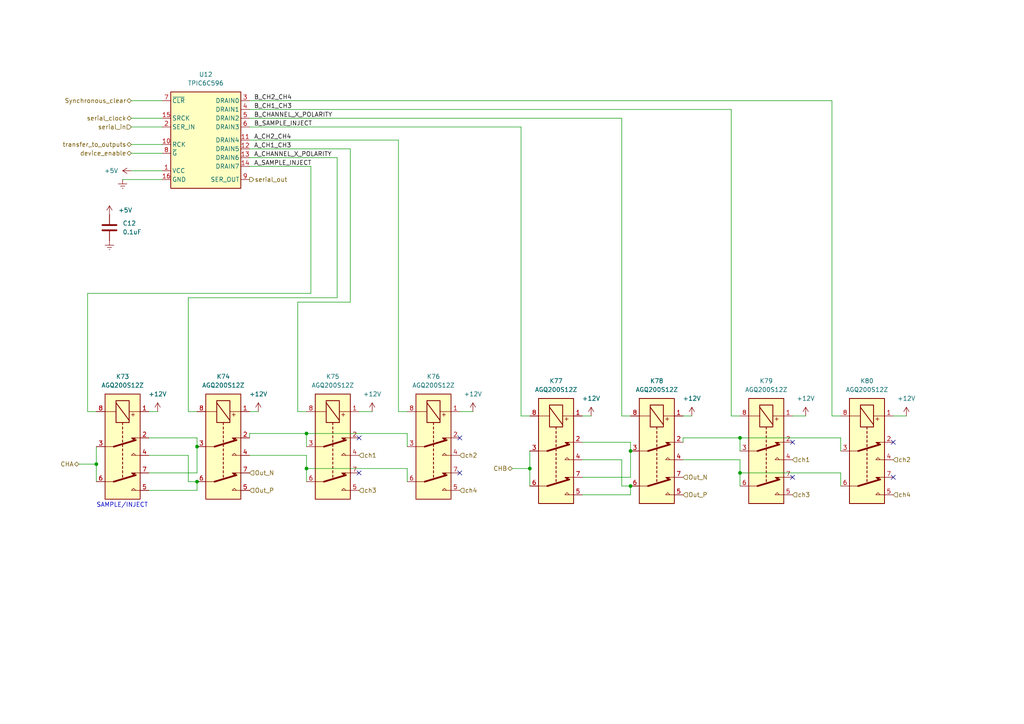
<source format=kicad_sch>
(kicad_sch (version 20250114) (generator "eeschema") (generator_version "9.0")
  (paper "A4")
  (title_block (title "SPI-MUX") (date "2023-02-06") (rev "0.01") (company "NMBU-Mina") (comment 1 "F.N.Beilegaard"))
  (lib_symbols
    (symbol "Device:C" (pin_numbers (hide yes)) (pin_names (offset 0.254))
      (property "Reference" "C" (at 0.635 2.54 0))
      (property "Value" "C" (at 0.635 -2.54 0))
      (symbol "C_0_1"
        (polyline (pts (xy -2.032 0.762) (xy 2.032 0.762)) (stroke (width 0.508)))
        (polyline (pts (xy -2.032 -0.762) (xy 2.032 -0.762)) (stroke (width 0.508)))
      )
      (symbol "C_1_1"
        (pin passive line (at 0 3.81 270) (length 2.794) (name "~") (number "1"))
        (pin passive line (at 0 -3.81 90) (length 2.794) (name "~") (number "2"))
      )
    )
    (symbol "muxlib:AGQ200S12Z"
      (property "Reference" "K" (at 15.24 8.89 0))
      (property "Value" "AGQ200S12Z" (at 19.05 6.35 0))
      (symbol "AGQ200S12Z_1_1"
        (rectangle (start -15.24 5.08) (end 15.24 -5.08) (stroke (width 0.254)) (fill (type background)))
        (rectangle (start -13.335 1.905) (end -6.985 -1.905) (stroke (width 0.254)))
        (polyline (pts (xy -12.7 -1.905) (xy -7.62 1.905)) (stroke (width 0.254)))
        (polyline (pts (xy -10.16 5.08) (xy -10.16 1.905)))
        (polyline (pts (xy -10.16 -5.08) (xy -10.16 -1.905)))
        (polyline (pts (xy -6.985 0) (xy -6.35 0)) (stroke (width 0.254)))
        (polyline (pts (xy -5.715 0) (xy -5.08 0)) (stroke (width 0.254)))
        (polyline (pts (xy -4.445 0) (xy -3.81 0)) (stroke (width 0.254)))
        (polyline (pts (xy -3.175 0) (xy -2.54 0)) (stroke (width 0.254)))
        (polyline (pts (xy -2.54 5.08) (xy -2.54 2.54) (xy -1.905 3.175) (xy -2.54 3.81)) (fill (type outline)))
        (polyline (pts (xy -1.905 0) (xy -1.27 0)) (stroke (width 0.254)))
        (polyline (pts (xy -0.635 0) (xy 0 0)) (stroke (width 0.254)))
        (polyline (pts (xy 0 -2.54) (xy -1.905 3.81)) (stroke (width 0.508)))
        (polyline (pts (xy 0 -2.54) (xy 0 -5.08)))
        (polyline (pts (xy 0.635 0) (xy 1.27 0)) (stroke (width 0.254)))
        (polyline (pts (xy 1.905 0) (xy 2.54 0)) (stroke (width 0.254)))
        (polyline (pts (xy 2.54 5.08) (xy 2.54 2.54) (xy 1.905 3.175) (xy 2.54 3.81)))
        (polyline (pts (xy 3.175 0) (xy 3.81 0)) (stroke (width 0.254)))
        (polyline (pts (xy 4.445 0) (xy 5.08 0)) (stroke (width 0.254)))
        (polyline (pts (xy 5.715 0) (xy 6.35 0)) (stroke (width 0.254)))
        (polyline (pts (xy 6.985 0) (xy 7.62 0)) (stroke (width 0.254)))
        (polyline (pts (xy 7.62 5.08) (xy 7.62 2.54) (xy 8.255 3.175) (xy 7.62 3.81)) (fill (type outline)))
        (polyline (pts (xy 8.255 0) (xy 8.89 0)) (stroke (width 0.254)))
        (polyline (pts (xy 10.16 -2.54) (xy 8.255 3.81)) (stroke (width 0.508)))
        (polyline (pts (xy 10.16 -2.54) (xy 10.16 -5.08)))
        (polyline (pts (xy 12.7 5.08) (xy 12.7 2.54) (xy 12.065 3.175) (xy 12.7 3.81)))
        (text "+" (at -9.271 2.921 0) (effects (font (size 1.27 1.27))))
        (pin passive line (at -10.16 7.62 270) (length 2.54) (name "~") (number "1"))
        (pin passive line (at -10.16 -7.62 90) (length 2.54) (name "~") (number "8"))
        (pin passive line (at -2.54 7.62 270) (length 2.54) (name "~") (number "2"))
        (pin passive line (at 0 -7.62 90) (length 2.54) (name "~") (number "3"))
        (pin passive line (at 2.54 7.62 270) (length 2.54) (name "~") (number "4"))
        (pin passive line (at 7.62 7.62 270) (length 2.54) (name "~") (number "7"))
        (pin passive line (at 10.16 -7.62 90) (length 2.54) (name "~") (number "6"))
        (pin passive line (at 12.7 7.62 270) (length 2.54) (name "~") (number "5"))
      )
    )
    (symbol "muxlib:TPIC6C596" (pin_names (offset 0.381))
      (property "Reference" "U" (at -8.89 13.97 0))
      (property "Value" "TPIC6C596" (at 6.35 13.97 0))
      (symbol "TPIC6C596_0_1"
        (rectangle (start -10.16 12.7) (end 10.16 -15.24) (stroke (width 0.254)) (fill (type background)))
      )
      (symbol "TPIC6C596_1_1"
        (pin input line (at -12.7 10.16 0) (length 2.54) (name "~{CLR}") (number "7"))
        (pin input line (at -12.7 5.08 0) (length 2.54) (name "SRCK") (number "15"))
        (pin input line (at -12.7 2.54 0) (length 2.54) (name "SER_IN") (number "2"))
        (pin input line (at -12.7 -2.54 0) (length 2.54) (name "RCK") (number "10"))
        (pin input line (at -12.7 -5.08 0) (length 2.54) (name "~{G}") (number "8"))
        (pin power_in line (at -12.7 -10.16 0) (length 2.54) (name "VCC") (number "1"))
        (pin power_in line (at -12.7 -12.7 0) (length 2.54) (name "GND") (number "16"))
        (pin open_collector line (at 12.7 10.16 180) (length 2.54) (name "DRAIN0") (number "3"))
        (pin open_collector line (at 12.7 7.62 180) (length 2.54) (name "DRAIN1") (number "4"))
        (pin open_collector line (at 12.7 5.08 180) (length 2.54) (name "DRAIN2") (number "5"))
        (pin open_collector line (at 12.7 2.54 180) (length 2.54) (name "DRAIN3") (number "6"))
        (pin open_collector line (at 12.7 -1.27 180) (length 2.54) (name "DRAIN4") (number "11"))
        (pin open_collector line (at 12.7 -3.81 180) (length 2.54) (name "DRAIN5") (number "12"))
        (pin open_collector line (at 12.7 -6.35 180) (length 2.54) (name "DRAIN6") (number "13"))
        (pin open_collector line (at 12.7 -8.89 180) (length 2.54) (name "DRAIN7") (number "14"))
        (pin output line (at 12.7 -12.7 180) (length 2.54) (name "SER_OUT") (number "9"))
      )
    )
    (symbol "power:+12V" (power) (pin_names (offset 0))
      (property "Value" "+12V" (at 0 3.556 0))
      (symbol "+12V_0_1"
        (polyline (pts (xy -0.762 1.27) (xy 0 2.54)))
        (polyline (pts (xy 0 2.54) (xy 0.762 1.27)))
        (polyline (pts (xy 0 0) (xy 0 2.54)))
      )
      (symbol "+12V_1_1"
        (pin power_in line (at 0 0 90) (length 0) (hide yes) (name "+12V") (number "1"))
      )
    )
    (symbol "power:+5V" (power) (pin_names (offset 0))
      (property "Value" "+5V" (at 0 3.556 0))
      (symbol "+5V_0_1"
        (polyline (pts (xy -0.762 1.27) (xy 0 2.54)))
        (polyline (pts (xy 0 2.54) (xy 0.762 1.27)))
        (polyline (pts (xy 0 0) (xy 0 2.54)))
      )
      (symbol "+5V_1_1"
        (pin power_in line (at 0 0 90) (length 0) (hide yes) (name "+5V") (number "1"))
      )
    )
    (symbol "power:Earth" (power) (pin_names (offset 0))
      (symbol "Earth_0_1"
        (polyline (pts (xy -0.635 -1.905) (xy 0.635 -1.905)))
        (polyline (pts (xy -0.127 -2.54) (xy 0.127 -2.54)))
        (polyline (pts (xy 0 -1.27) (xy 0 0)))
        (polyline (pts (xy 1.27 -1.27) (xy -1.27 -1.27)))
      )
      (symbol "Earth_1_1"
        (pin power_in line (at 0 0 270) (length 0) (hide yes) (name "Earth") (number "1"))
      )
    )
  )
  (text "SAMPLE/INJECT" (at 27.94 147.32 0) (effects (font (size 1.27 1.27)) (justify left bottom)))
  (junction (at 182.88 140.97))
  (junction (at 214.63 137.16))
  (junction (at 214.63 127))
  (junction (at 57.15 129.54))
  (junction (at 88.9 125.73))
  (junction (at 27.94 134.62))
  (junction (at 182.88 130.81))
  (junction (at 88.9 135.89))
  (junction (at 57.15 139.7))
  (junction (at 153.67 135.89))
  (no_connect (at 259.08 128.27))
  (no_connect (at 104.14 127))
  (no_connect (at 259.08 138.43))
  (no_connect (at 229.87 138.43))
  (no_connect (at 133.35 127))
  (no_connect (at 133.35 137.16))
  (no_connect (at 229.87 128.27))
  (no_connect (at 104.14 137.16))
  (wire (pts (xy 180.34 120.65) (xy 180.34 34.29)))
  (wire (pts (xy 72.39 125.73) (xy 88.9 125.73)))
  (wire (pts (xy 148.59 135.89) (xy 153.67 135.89)))
  (wire (pts (xy 54.61 119.38) (xy 57.15 119.38)))
  (wire (pts (xy 137.16 119.38) (xy 133.35 119.38)))
  (wire (pts (xy 168.91 133.35) (xy 180.34 133.35)))
  (wire (pts (xy 72.39 43.18) (xy 101.6 43.18)))
  (wire (pts (xy 38.1 41.91) (xy 46.99 41.91)))
  (wire (pts (xy 22.86 134.62) (xy 27.94 134.62)))
  (wire (pts (xy 214.63 137.16) (xy 214.63 140.97)))
  (wire (pts (xy 74.93 119.38) (xy 72.39 119.38)))
  (wire (pts (xy 72.39 34.29) (xy 180.34 34.29)))
  (wire (pts (xy 72.39 40.64) (xy 115.57 40.64)))
  (wire (pts (xy 88.9 135.89) (xy 118.11 135.89)))
  (wire (pts (xy 214.63 133.35) (xy 214.63 137.16)))
  (wire (pts (xy 118.11 135.89) (xy 118.11 139.7)))
  (wire (pts (xy 151.13 120.65) (xy 153.67 120.65)))
  (wire (pts (xy 27.94 129.54) (xy 27.94 134.62)))
  (wire (pts (xy 118.11 125.73) (xy 88.9 125.73)))
  (wire (pts (xy 200.66 120.65) (xy 198.12 120.65)))
  (wire (pts (xy 118.11 129.54) (xy 118.11 125.73)))
  (wire (pts (xy 180.34 133.35) (xy 180.34 140.97)))
  (wire (pts (xy 57.15 127) (xy 57.15 129.54)))
  (wire (pts (xy 198.12 127) (xy 198.12 128.27)))
  (wire (pts (xy 198.12 133.35) (xy 214.63 133.35)))
  (wire (pts (xy 90.17 85.09) (xy 25.4 85.09)))
  (wire (pts (xy 212.09 120.65) (xy 212.09 31.75)))
  (wire (pts (xy 43.18 132.08) (xy 54.61 132.08)))
  (wire (pts (xy 54.61 139.7) (xy 57.15 139.7)))
  (wire (pts (xy 214.63 137.16) (xy 243.84 137.16)))
  (wire (pts (xy 90.17 48.26) (xy 90.17 85.09)))
  (wire (pts (xy 86.36 119.38) (xy 88.9 119.38)))
  (wire (pts (xy 35.56 52.07) (xy 46.99 52.07)))
  (wire (pts (xy 180.34 140.97) (xy 182.88 140.97)))
  (wire (pts (xy 262.89 120.65) (xy 259.08 120.65)))
  (wire (pts (xy 101.6 87.63) (xy 101.6 43.18)))
  (wire (pts (xy 38.1 29.21) (xy 46.99 29.21)))
  (wire (pts (xy 241.3 29.21) (xy 241.3 120.65)))
  (wire (pts (xy 182.88 128.27) (xy 182.88 130.81)))
  (wire (pts (xy 72.39 132.08) (xy 88.9 132.08)))
  (wire (pts (xy 233.68 120.65) (xy 229.87 120.65)))
  (wire (pts (xy 88.9 132.08) (xy 88.9 135.89)))
  (wire (pts (xy 212.09 120.65) (xy 214.63 120.65)))
  (wire (pts (xy 27.94 134.62) (xy 27.94 139.7)))
  (wire (pts (xy 45.72 119.38) (xy 43.18 119.38)))
  (wire (pts (xy 54.61 86.36) (xy 97.79 86.36)))
  (wire (pts (xy 86.36 87.63) (xy 101.6 87.63)))
  (wire (pts (xy 243.84 127) (xy 214.63 127)))
  (wire (pts (xy 241.3 120.65) (xy 243.84 120.65)))
  (wire (pts (xy 54.61 132.08) (xy 54.61 139.7)))
  (wire (pts (xy 115.57 40.64) (xy 115.57 119.38)))
  (wire (pts (xy 72.39 36.83) (xy 151.13 36.83)))
  (wire (pts (xy 25.4 85.09) (xy 25.4 119.38)))
  (wire (pts (xy 153.67 130.81) (xy 153.67 135.89)))
  (wire (pts (xy 72.39 31.75) (xy 212.09 31.75)))
  (wire (pts (xy 168.91 128.27) (xy 182.88 128.27)))
  (wire (pts (xy 72.39 29.21) (xy 241.3 29.21)))
  (wire (pts (xy 182.88 143.51) (xy 182.88 140.97)))
  (wire (pts (xy 38.1 36.83) (xy 46.99 36.83)))
  (wire (pts (xy 54.61 86.36) (xy 54.61 119.38)))
  (wire (pts (xy 57.15 142.24) (xy 57.15 139.7)))
  (wire (pts (xy 38.1 49.53) (xy 46.99 49.53)))
  (wire (pts (xy 38.1 44.45) (xy 46.99 44.45)))
  (wire (pts (xy 151.13 120.65) (xy 151.13 36.83)))
  (wire (pts (xy 182.88 138.43) (xy 182.88 130.81)))
  (wire (pts (xy 198.12 127) (xy 214.63 127)))
  (wire (pts (xy 57.15 137.16) (xy 57.15 129.54)))
  (wire (pts (xy 72.39 45.72) (xy 97.79 45.72)))
  (wire (pts (xy 43.18 142.24) (xy 57.15 142.24)))
  (wire (pts (xy 115.57 119.38) (xy 118.11 119.38)))
  (wire (pts (xy 171.45 120.65) (xy 168.91 120.65)))
  (wire (pts (xy 88.9 135.89) (xy 88.9 139.7)))
  (wire (pts (xy 168.91 138.43) (xy 182.88 138.43)))
  (wire (pts (xy 72.39 125.73) (xy 72.39 127)))
  (wire (pts (xy 86.36 87.63) (xy 86.36 119.38)))
  (wire (pts (xy 153.67 135.89) (xy 153.67 140.97)))
  (wire (pts (xy 180.34 120.65) (xy 182.88 120.65)))
  (wire (pts (xy 243.84 130.81) (xy 243.84 127)))
  (wire (pts (xy 43.18 127) (xy 57.15 127)))
  (wire (pts (xy 214.63 127) (xy 214.63 130.81)))
  (wire (pts (xy 43.18 137.16) (xy 57.15 137.16)))
  (wire (pts (xy 168.91 143.51) (xy 182.88 143.51)))
  (wire (pts (xy 243.84 137.16) (xy 243.84 140.97)))
  (wire (pts (xy 38.1 34.29) (xy 46.99 34.29)))
  (wire (pts (xy 88.9 125.73) (xy 88.9 129.54)))
  (wire (pts (xy 72.39 48.26) (xy 90.17 48.26)))
  (wire (pts (xy 107.95 119.38) (xy 104.14 119.38)))
  (wire (pts (xy 97.79 45.72) (xy 97.79 86.36)))
  (wire (pts (xy 25.4 119.38) (xy 27.94 119.38)))
  (label "A_SAMPLE_INJECT" (at 73.66 48.26 0))
  (label "A_CH2_CH4" (at 73.66 40.64 0))
  (label "A_CHANNEL_X_POLARITY" (at 73.66 45.72 0))
  (label "B_SAMPLE_INJECT" (at 73.66 36.83 0))
  (label "A_CH1_CH3" (at 73.66 43.18 0))
  (label "B_CH2_CH4" (at 73.66 29.21 0))
  (label "B_CH1_CH3" (at 73.66 31.75 0))
  (label "B_CHANNEL_X_POLARITY" (at 73.66 34.29 0))
  (hierarchical_label "ch2" (shape input) (at 259.08 133.35 0))
  (hierarchical_label "ch1" (shape input) (at 229.87 133.35 0))
  (hierarchical_label "Synchronous_clear" (shape bidirectional) (at 38.1 29.21 180))
  (hierarchical_label "serial_out" (shape output) (at 72.39 52.07 0))
  (hierarchical_label "Out_N" (shape input) (at 72.39 137.16 0))
  (hierarchical_label "ch4" (shape input) (at 133.35 142.24 0))
  (hierarchical_label "device_enable" (shape bidirectional) (at 38.1 44.45 180))
  (hierarchical_label "ch3" (shape input) (at 229.87 143.51 0))
  (hierarchical_label "CHB" (shape bidirectional) (at 148.59 135.89 180))
  (hierarchical_label "serial_in" (shape input) (at 38.1 36.83 180))
  (hierarchical_label "CHA" (shape bidirectional) (at 22.86 134.62 180))
  (hierarchical_label "ch4" (shape input) (at 259.08 143.51 0))
  (hierarchical_label "ch2" (shape input) (at 133.35 132.08 0))
  (hierarchical_label "Out_N" (shape input) (at 198.12 138.43 0))
  (hierarchical_label "ch3" (shape input) (at 104.14 142.24 0))
  (hierarchical_label "Out_P" (shape input) (at 198.12 143.51 0))
  (hierarchical_label "serial_clock" (shape bidirectional) (at 38.1 34.29 180))
  (hierarchical_label "ch1" (shape input) (at 104.14 132.08 0))
  (hierarchical_label "transfer_to_outputs" (shape bidirectional) (at 38.1 41.91 180))
  (hierarchical_label "Out_P" (shape input) (at 72.39 142.24 0))
  (symbol (lib_id "power:+12V") (at 200.66 120.65 0) (unit 1)
    (property "Reference" "#PWR026" (effects (hide yes)))
    (property "Value" "+12V" (at 200.66 115.57 0))
    (instances (project "eurocard mux" (path "" (reference "#PWR0134") (unit 1)) (path "" (reference "#PWR0146") (unit 1)) (path "" (reference "#PWR074") (unit 1)) (path "" (reference "#PWR0122") (unit 1)) (path "" (reference "#PWR0110") (unit 1)) (path "" (reference "#PWR038") (unit 1)) (path "" (reference "#PWR0158") (unit 1)) (path "" (reference "#PWR086") (unit 1)) (path "" (reference "#PWR050") (unit 1)) (path "" (reference "#PWR062") (unit 1)) (path "" (reference "#PWR098") (unit 1)) (path "" (reference "#PWR026") (unit 1))))
  )
  (symbol (lib_id "power:+5V") (at 38.1 49.53 90) (unit 1)
    (property "Reference" "#PWR020" (effects (hide yes)))
    (property "Value" "+5V" (at 34.29 49.5299 90) (effects (justify left)))
    (instances (project "eurocard mux" (path "" (reference "#PWR0128") (unit 1)) (path "" (reference "#PWR0140") (unit 1)) (path "" (reference "#PWR068") (unit 1)) (path "" (reference "#PWR0116") (unit 1)) (path "" (reference "#PWR0104") (unit 1)) (path "" (reference "#PWR032") (unit 1)) (path "" (reference "#PWR0152") (unit 1)) (path "" (reference "#PWR080") (unit 1)) (path "" (reference "#PWR044") (unit 1)) (path "" (reference "#PWR056") (unit 1)) (path "" (reference "#PWR092") (unit 1)) (path "" (reference "#PWR020") (unit 1))))
  )
  (symbol (lib_id "power:Earth") (at 35.56 52.07 0) (unit 1)
    (property "Reference" "#PWR019" (effects (hide yes)))
    (property "Value" "Earth" (effects (hide yes)))
    (instances (project "eurocard mux" (path "" (reference "#PWR0127") (unit 1)) (path "" (reference "#PWR0139") (unit 1)) (path "" (reference "#PWR067") (unit 1)) (path "" (reference "#PWR0115") (unit 1)) (path "" (reference "#PWR0103") (unit 1)) (path "" (reference "#PWR031") (unit 1)) (path "" (reference "#PWR0151") (unit 1)) (path "" (reference "#PWR079") (unit 1)) (path "" (reference "#PWR043") (unit 1)) (path "" (reference "#PWR055") (unit 1)) (path "" (reference "#PWR091") (unit 1)) (path "" (reference "#PWR019") (unit 1))))
  )
  (symbol (lib_id "power:+12V") (at 233.68 120.65 0) (unit 1)
    (property "Reference" "#PWR027" (effects (hide yes)))
    (property "Value" "+12V" (at 233.68 115.57 0))
    (instances (project "eurocard mux" (path "" (reference "#PWR0135") (unit 1)) (path "" (reference "#PWR0147") (unit 1)) (path "" (reference "#PWR075") (unit 1)) (path "" (reference "#PWR0123") (unit 1)) (path "" (reference "#PWR0111") (unit 1)) (path "" (reference "#PWR039") (unit 1)) (path "" (reference "#PWR0159") (unit 1)) (path "" (reference "#PWR087") (unit 1)) (path "" (reference "#PWR051") (unit 1)) (path "" (reference "#PWR063") (unit 1)) (path "" (reference "#PWR099") (unit 1)) (path "" (reference "#PWR027") (unit 1))))
  )
  (symbol (lib_id "power:+12V") (at 262.89 120.65 0) (unit 1)
    (property "Reference" "#PWR028" (effects (hide yes)))
    (property "Value" "+12V" (at 262.89 115.57 0))
    (instances (project "eurocard mux" (path "" (reference "#PWR0136") (unit 1)) (path "" (reference "#PWR0148") (unit 1)) (path "" (reference "#PWR076") (unit 1)) (path "" (reference "#PWR0124") (unit 1)) (path "" (reference "#PWR0112") (unit 1)) (path "" (reference "#PWR040") (unit 1)) (path "" (reference "#PWR0160") (unit 1)) (path "" (reference "#PWR088") (unit 1)) (path "" (reference "#PWR052") (unit 1)) (path "" (reference "#PWR064") (unit 1)) (path "" (reference "#PWR0100") (unit 1)) (path "" (reference "#PWR028") (unit 1))))
  )
  (symbol (lib_id "muxlib:TPIC6C596") (at 59.69 39.37 0) (unit 1)
    (property "Reference" "U3" (at 59.69 21.59 0))
    (property "Value" "TPIC6C596" (at 59.69 24.13 0))
    (property "Footprint" "Package_SO:TSSOP-16_4.4x5mm_P0.65mm" (effects (hide yes)))
    (property "Datasheet" "https://www.ti.com/lit/ds/symlink/tpic6c596.pdf?HQS=dis-dk-null-digikeymode-dsf-pf-null-wwe&ts=1675340599353&ref_url=https%253A%252F%252Fwww.ti.com%252Fgeneral%252Fdocs%252Fsuppproductinfo.tsp%253FdistId%253D10%2526gotoUrl%253Dhttps%253A%252F%252Fwww.ti.com%252Flit%252Fgpn%252Ftpic6c596" (effects (hide yes)))
    (property "Digikey" "TPIC6C596PWR" (effects (hide yes)))
    (property "LCSC Part #" "TPIC6C596PWR" (effects (hide yes)))
    (instances (project "eurocard mux" (path "" (reference "U12") (unit 1)) (path "" (reference "U13") (unit 1)) (path "" (reference "U7") (unit 1)) (path "" (reference "U11") (unit 1)) (path "" (reference "U10") (unit 1)) (path "" (reference "U4") (unit 1)) (path "" (reference "U14") (unit 1)) (path "" (reference "U8") (unit 1)) (path "" (reference "U5") (unit 1)) (path "" (reference "U6") (unit 1)) (path "" (reference "U9") (unit 1)) (path "" (reference "U3") (unit 1))))
  )
  (symbol (lib_id "power:+12V") (at 137.16 119.38 0) (unit 1)
    (property "Reference" "#PWR024" (effects (hide yes)))
    (property "Value" "+12V" (at 137.16 114.3 0))
    (instances (project "eurocard mux" (path "" (reference "#PWR0132") (unit 1)) (path "" (reference "#PWR0144") (unit 1)) (path "" (reference "#PWR072") (unit 1)) (path "" (reference "#PWR0120") (unit 1)) (path "" (reference "#PWR0108") (unit 1)) (path "" (reference "#PWR036") (unit 1)) (path "" (reference "#PWR0156") (unit 1)) (path "" (reference "#PWR084") (unit 1)) (path "" (reference "#PWR048") (unit 1)) (path "" (reference "#PWR060") (unit 1)) (path "" (reference "#PWR096") (unit 1)) (path "" (reference "#PWR024") (unit 1))))
  )
  (symbol (lib_id "Device:C") (at 31.75 66.04 0) (unit 1)
    (property "Reference" "C3" (at 35.56 64.7699 0) (effects (justify left)))
    (property "Value" "0.1uF" (at 35.56 67.3099 0) (effects (justify left)))
    (property "Footprint" "Capacitor_SMD:C_0603_1608Metric" (effects (hide yes)))
    (property "Digikey" "CL10B104KB8NFNC" (effects (hide yes)))
    (property "LCSC Part #" "CL10B104KB8NFNC" (effects (hide yes)))
    (instances (project "eurocard mux" (path "" (reference "C12") (unit 1)) (path "" (reference "C13") (unit 1)) (path "" (reference "C7") (unit 1)) (path "" (reference "C11") (unit 1)) (path "" (reference "C10") (unit 1)) (path "" (reference "C4") (unit 1)) (path "" (reference "C14") (unit 1)) (path "" (reference "C8") (unit 1)) (path "" (reference "C5") (unit 1)) (path "" (reference "C6") (unit 1)) (path "" (reference "C9") (unit 1)) (path "" (reference "C3") (unit 1))))
  )
  (symbol (lib_id "power:+12V") (at 171.45 120.65 0) (unit 1)
    (property "Reference" "#PWR025" (effects (hide yes)))
    (property "Value" "+12V" (at 171.45 115.57 0))
    (instances (project "eurocard mux" (path "" (reference "#PWR0133") (unit 1)) (path "" (reference "#PWR0145") (unit 1)) (path "" (reference "#PWR073") (unit 1)) (path "" (reference "#PWR0121") (unit 1)) (path "" (reference "#PWR0109") (unit 1)) (path "" (reference "#PWR037") (unit 1)) (path "" (reference "#PWR0157") (unit 1)) (path "" (reference "#PWR085") (unit 1)) (path "" (reference "#PWR049") (unit 1)) (path "" (reference "#PWR061") (unit 1)) (path "" (reference "#PWR097") (unit 1)) (path "" (reference "#PWR025") (unit 1))))
  )
  (symbol (lib_id "muxlib:AGQ200S12Z") (at 222.25 130.81 270) (unit 1)
    (property "Reference" "K7" (at 222.25 110.49 90))
    (property "Value" "AGQ200S12Z" (at 222.25 113.03 90))
    (property "Footprint" "muxlib_footprints:Relay_2P2T_10x6mm_TE_IMxxG" (effects (hide yes)))
    (property "Datasheet" "https://media.digikey.com/pdf/Data%20Sheets/Panasonic%20Electric%20Works%20PDFs/AGQ_(GQ)_Relays.pdf" (effects (hide yes)))
    (property "Digikey" "AGQ200S12Z" (effects (hide yes)))
    (property "LCSC Part #" "AGQ200S12Z" (effects (hide yes)))
    (instances (project "eurocard mux" (path "" (reference "K79") (unit 1)) (path "" (reference "K87") (unit 1)) (path "" (reference "K39") (unit 1)) (path "" (reference "K71") (unit 1)) (path "" (reference "K63") (unit 1)) (path "" (reference "K15") (unit 1)) (path "" (reference "K95") (unit 1)) (path "" (reference "K47") (unit 1)) (path "" (reference "K23") (unit 1)) (path "" (reference "K31") (unit 1)) (path "" (reference "K55") (unit 1)) (path "" (reference "K7") (unit 1))))
  )
  (symbol (lib_id "muxlib:AGQ200S12Z") (at 161.29 130.81 270) (unit 1)
    (property "Reference" "K5" (at 161.29 110.49 90))
    (property "Value" "AGQ200S12Z" (at 161.29 113.03 90))
    (property "Footprint" "muxlib_footprints:Relay_2P2T_10x6mm_TE_IMxxG" (effects (hide yes)))
    (property "Datasheet" "https://media.digikey.com/pdf/Data%20Sheets/Panasonic%20Electric%20Works%20PDFs/AGQ_(GQ)_Relays.pdf" (effects (hide yes)))
    (property "Digikey" "AGQ200S12Z" (effects (hide yes)))
    (property "LCSC Part #" "AGQ200S12Z" (effects (hide yes)))
    (instances (project "eurocard mux" (path "" (reference "K77") (unit 1)) (path "" (reference "K85") (unit 1)) (path "" (reference "K37") (unit 1)) (path "" (reference "K69") (unit 1)) (path "" (reference "K61") (unit 1)) (path "" (reference "K13") (unit 1)) (path "" (reference "K93") (unit 1)) (path "" (reference "K45") (unit 1)) (path "" (reference "K21") (unit 1)) (path "" (reference "K29") (unit 1)) (path "" (reference "K53") (unit 1)) (path "" (reference "K5") (unit 1))))
  )
  (symbol (lib_id "power:+12V") (at 107.95 119.38 0) (unit 1)
    (property "Reference" "#PWR023" (effects (hide yes)))
    (property "Value" "+12V" (at 107.95 114.3 0))
    (instances (project "eurocard mux" (path "" (reference "#PWR0131") (unit 1)) (path "" (reference "#PWR0143") (unit 1)) (path "" (reference "#PWR071") (unit 1)) (path "" (reference "#PWR0119") (unit 1)) (path "" (reference "#PWR0107") (unit 1)) (path "" (reference "#PWR035") (unit 1)) (path "" (reference "#PWR0155") (unit 1)) (path "" (reference "#PWR083") (unit 1)) (path "" (reference "#PWR047") (unit 1)) (path "" (reference "#PWR059") (unit 1)) (path "" (reference "#PWR095") (unit 1)) (path "" (reference "#PWR023") (unit 1))))
  )
  (symbol (lib_id "muxlib:AGQ200S12Z") (at 125.73 129.54 270) (unit 1)
    (property "Reference" "K4" (at 125.73 109.22 90))
    (property "Value" "AGQ200S12Z" (at 125.73 111.76 90))
    (property "Footprint" "muxlib_footprints:Relay_2P2T_10x6mm_TE_IMxxG" (effects (hide yes)))
    (property "Datasheet" "https://media.digikey.com/pdf/Data%20Sheets/Panasonic%20Electric%20Works%20PDFs/AGQ_(GQ)_Relays.pdf" (effects (hide yes)))
    (property "Digikey" "AGQ200S12Z" (effects (hide yes)))
    (property "LCSC Part #" "AGQ200S12Z" (effects (hide yes)))
    (instances (project "eurocard mux" (path "" (reference "K76") (unit 1)) (path "" (reference "K84") (unit 1)) (path "" (reference "K36") (unit 1)) (path "" (reference "K68") (unit 1)) (path "" (reference "K60") (unit 1)) (path "" (reference "K12") (unit 1)) (path "" (reference "K92") (unit 1)) (path "" (reference "K44") (unit 1)) (path "" (reference "K20") (unit 1)) (path "" (reference "K28") (unit 1)) (path "" (reference "K52") (unit 1)) (path "" (reference "K4") (unit 1))))
  )
  (symbol (lib_id "muxlib:AGQ200S12Z") (at 96.52 129.54 270) (unit 1)
    (property "Reference" "K3" (at 96.52 109.22 90))
    (property "Value" "AGQ200S12Z" (at 96.52 111.76 90))
    (property "Footprint" "muxlib_footprints:Relay_2P2T_10x6mm_TE_IMxxG" (effects (hide yes)))
    (property "Datasheet" "https://media.digikey.com/pdf/Data%20Sheets/Panasonic%20Electric%20Works%20PDFs/AGQ_(GQ)_Relays.pdf" (effects (hide yes)))
    (property "Digikey" "AGQ200S12Z" (effects (hide yes)))
    (property "LCSC Part #" "AGQ200S12Z" (effects (hide yes)))
    (instances (project "eurocard mux" (path "" (reference "K75") (unit 1)) (path "" (reference "K83") (unit 1)) (path "" (reference "K35") (unit 1)) (path "" (reference "K67") (unit 1)) (path "" (reference "K59") (unit 1)) (path "" (reference "K11") (unit 1)) (path "" (reference "K91") (unit 1)) (path "" (reference "K43") (unit 1)) (path "" (reference "K19") (unit 1)) (path "" (reference "K27") (unit 1)) (path "" (reference "K51") (unit 1)) (path "" (reference "K3") (unit 1))))
  )
  (symbol (lib_id "power:Earth") (at 31.75 69.85 0) (unit 1)
    (property "Reference" "#PWR018" (effects (hide yes)))
    (property "Value" "Earth" (effects (hide yes)))
    (instances (project "eurocard mux" (path "" (reference "#PWR0126") (unit 1)) (path "" (reference "#PWR0138") (unit 1)) (path "" (reference "#PWR066") (unit 1)) (path "" (reference "#PWR0114") (unit 1)) (path "" (reference "#PWR0102") (unit 1)) (path "" (reference "#PWR030") (unit 1)) (path "" (reference "#PWR0150") (unit 1)) (path "" (reference "#PWR078") (unit 1)) (path "" (reference "#PWR042") (unit 1)) (path "" (reference "#PWR054") (unit 1)) (path "" (reference "#PWR090") (unit 1)) (path "" (reference "#PWR018") (unit 1))))
  )
  (symbol (lib_id "muxlib:AGQ200S12Z") (at 35.56 129.54 270) (unit 1)
    (property "Reference" "K1" (at 35.56 109.22 90))
    (property "Value" "AGQ200S12Z" (at 35.56 111.76 90))
    (property "Footprint" "muxlib_footprints:Relay_2P2T_10x6mm_TE_IMxxG" (effects (hide yes)))
    (property "Datasheet" "https://media.digikey.com/pdf/Data%20Sheets/Panasonic%20Electric%20Works%20PDFs/AGQ_(GQ)_Relays.pdf" (effects (hide yes)))
    (property "Digikey" "AGQ200S12Z" (effects (hide yes)))
    (property "LCSC Part #" "AGQ200S12Z" (effects (hide yes)))
    (instances (project "eurocard mux" (path "" (reference "K73") (unit 1)) (path "" (reference "K81") (unit 1)) (path "" (reference "K33") (unit 1)) (path "" (reference "K65") (unit 1)) (path "" (reference "K57") (unit 1)) (path "" (reference "K9") (unit 1)) (path "" (reference "K89") (unit 1)) (path "" (reference "K41") (unit 1)) (path "" (reference "K17") (unit 1)) (path "" (reference "K25") (unit 1)) (path "" (reference "K49") (unit 1)) (path "" (reference "K1") (unit 1))))
  )
  (symbol (lib_id "power:+12V") (at 74.93 119.38 0) (unit 1)
    (property "Reference" "#PWR022" (effects (hide yes)))
    (property "Value" "+12V" (at 74.93 114.3 0))
    (instances (project "eurocard mux" (path "" (reference "#PWR0130") (unit 1)) (path "" (reference "#PWR0142") (unit 1)) (path "" (reference "#PWR070") (unit 1)) (path "" (reference "#PWR0118") (unit 1)) (path "" (reference "#PWR0106") (unit 1)) (path "" (reference "#PWR034") (unit 1)) (path "" (reference "#PWR0154") (unit 1)) (path "" (reference "#PWR082") (unit 1)) (path "" (reference "#PWR046") (unit 1)) (path "" (reference "#PWR058") (unit 1)) (path "" (reference "#PWR094") (unit 1)) (path "" (reference "#PWR022") (unit 1))))
  )
  (symbol (lib_id "power:+5V") (at 31.75 62.23 0) (unit 1)
    (property "Reference" "#PWR017" (effects (hide yes)))
    (property "Value" "+5V" (at 34.29 60.9599 0) (effects (justify left)))
    (instances (project "eurocard mux" (path "" (reference "#PWR0125") (unit 1)) (path "" (reference "#PWR0137") (unit 1)) (path "" (reference "#PWR065") (unit 1)) (path "" (reference "#PWR0113") (unit 1)) (path "" (reference "#PWR0101") (unit 1)) (path "" (reference "#PWR029") (unit 1)) (path "" (reference "#PWR0149") (unit 1)) (path "" (reference "#PWR077") (unit 1)) (path "" (reference "#PWR041") (unit 1)) (path "" (reference "#PWR053") (unit 1)) (path "" (reference "#PWR089") (unit 1)) (path "" (reference "#PWR017") (unit 1))))
  )
  (symbol (lib_id "muxlib:AGQ200S12Z") (at 190.5 130.81 270) (unit 1)
    (property "Reference" "K6" (at 190.5 110.49 90))
    (property "Value" "AGQ200S12Z" (at 190.5 113.03 90))
    (property "Footprint" "muxlib_footprints:Relay_2P2T_10x6mm_TE_IMxxG" (effects (hide yes)))
    (property "Datasheet" "https://media.digikey.com/pdf/Data%20Sheets/Panasonic%20Electric%20Works%20PDFs/AGQ_(GQ)_Relays.pdf" (effects (hide yes)))
    (property "Digikey" "AGQ200S12Z" (effects (hide yes)))
    (property "LCSC Part #" "AGQ200S12Z" (effects (hide yes)))
    (instances (project "eurocard mux" (path "" (reference "K78") (unit 1)) (path "" (reference "K86") (unit 1)) (path "" (reference "K38") (unit 1)) (path "" (reference "K70") (unit 1)) (path "" (reference "K62") (unit 1)) (path "" (reference "K14") (unit 1)) (path "" (reference "K94") (unit 1)) (path "" (reference "K46") (unit 1)) (path "" (reference "K22") (unit 1)) (path "" (reference "K30") (unit 1)) (path "" (reference "K54") (unit 1)) (path "" (reference "K6") (unit 1))))
  )
  (symbol (lib_id "muxlib:AGQ200S12Z") (at 251.46 130.81 270) (unit 1)
    (property "Reference" "K8" (at 251.46 110.49 90))
    (property "Value" "AGQ200S12Z" (at 251.46 113.03 90))
    (property "Footprint" "muxlib_footprints:Relay_2P2T_10x6mm_TE_IMxxG" (effects (hide yes)))
    (property "Datasheet" "https://media.digikey.com/pdf/Data%20Sheets/Panasonic%20Electric%20Works%20PDFs/AGQ_(GQ)_Relays.pdf" (effects (hide yes)))
    (property "Digikey" "AGQ200S12Z" (effects (hide yes)))
    (property "LCSC Part #" "AGQ200S12Z" (effects (hide yes)))
    (instances (project "eurocard mux" (path "" (reference "K80") (unit 1)) (path "" (reference "K88") (unit 1)) (path "" (reference "K40") (unit 1)) (path "" (reference "K72") (unit 1)) (path "" (reference "K64") (unit 1)) (path "" (reference "K16") (unit 1)) (path "" (reference "K96") (unit 1)) (path "" (reference "K48") (unit 1)) (path "" (reference "K24") (unit 1)) (path "" (reference "K32") (unit 1)) (path "" (reference "K56") (unit 1)) (path "" (reference "K8") (unit 1))))
  )
  (symbol (lib_id "muxlib:AGQ200S12Z") (at 64.77 129.54 270) (unit 1)
    (property "Reference" "K2" (at 64.77 109.22 90))
    (property "Value" "AGQ200S12Z" (at 64.77 111.76 90))
    (property "Footprint" "muxlib_footprints:Relay_2P2T_10x6mm_TE_IMxxG" (effects (hide yes)))
    (property "Datasheet" "https://media.digikey.com/pdf/Data%20Sheets/Panasonic%20Electric%20Works%20PDFs/AGQ_(GQ)_Relays.pdf" (effects (hide yes)))
    (property "Digikey" "AGQ200S12Z" (effects (hide yes)))
    (property "LCSC Part #" "AGQ200S12Z" (effects (hide yes)))
    (instances (project "eurocard mux" (path "" (reference "K74") (unit 1)) (path "" (reference "K82") (unit 1)) (path "" (reference "K34") (unit 1)) (path "" (reference "K66") (unit 1)) (path "" (reference "K58") (unit 1)) (path "" (reference "K10") (unit 1)) (path "" (reference "K90") (unit 1)) (path "" (reference "K42") (unit 1)) (path "" (reference "K18") (unit 1)) (path "" (reference "K26") (unit 1)) (path "" (reference "K50") (unit 1)) (path "" (reference "K2") (unit 1))))
  )
  (symbol (lib_id "power:+12V") (at 45.72 119.38 0) (unit 1)
    (property "Reference" "#PWR021" (effects (hide yes)))
    (property "Value" "+12V" (at 45.72 114.3 0))
    (instances (project "eurocard mux" (path "" (reference "#PWR0129") (unit 1)) (path "" (reference "#PWR0141") (unit 1)) (path "" (reference "#PWR069") (unit 1)) (path "" (reference "#PWR0117") (unit 1)) (path "" (reference "#PWR0105") (unit 1)) (path "" (reference "#PWR033") (unit 1)) (path "" (reference "#PWR0153") (unit 1)) (path "" (reference "#PWR081") (unit 1)) (path "" (reference "#PWR045") (unit 1)) (path "" (reference "#PWR057") (unit 1)) (path "" (reference "#PWR093") (unit 1)) (path "" (reference "#PWR021") (unit 1))))
  )
)
</source>
